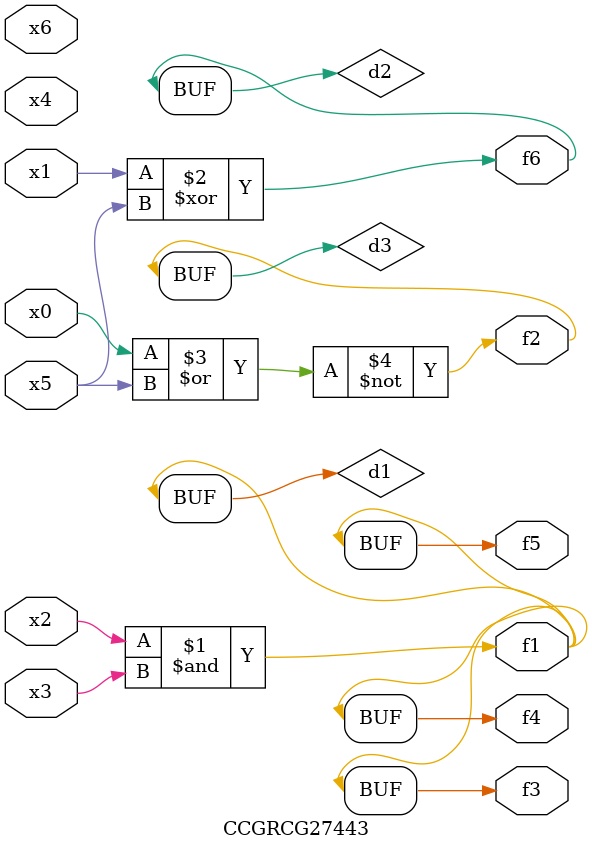
<source format=v>
module CCGRCG27443(
	input x0, x1, x2, x3, x4, x5, x6,
	output f1, f2, f3, f4, f5, f6
);

	wire d1, d2, d3;

	and (d1, x2, x3);
	xor (d2, x1, x5);
	nor (d3, x0, x5);
	assign f1 = d1;
	assign f2 = d3;
	assign f3 = d1;
	assign f4 = d1;
	assign f5 = d1;
	assign f6 = d2;
endmodule

</source>
